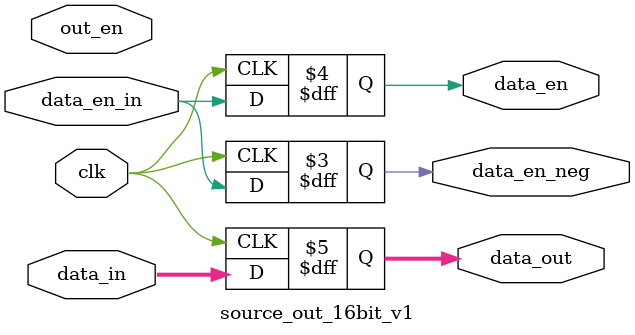
<source format=v>
module source_out_16bit_v1(
	input clk,
	input data_en_in,
	input [15:0]data_in,
	input out_en,
	output reg data_en,
	output reg data_en_neg,
	output reg [15:0]data_out
	);

always @(posedge clk)
begin
	data_en <= data_en_in;
	data_out <= data_in;
end

always @(negedge clk)
begin
	data_en_neg <= data_en_in;
end

endmodule

</source>
